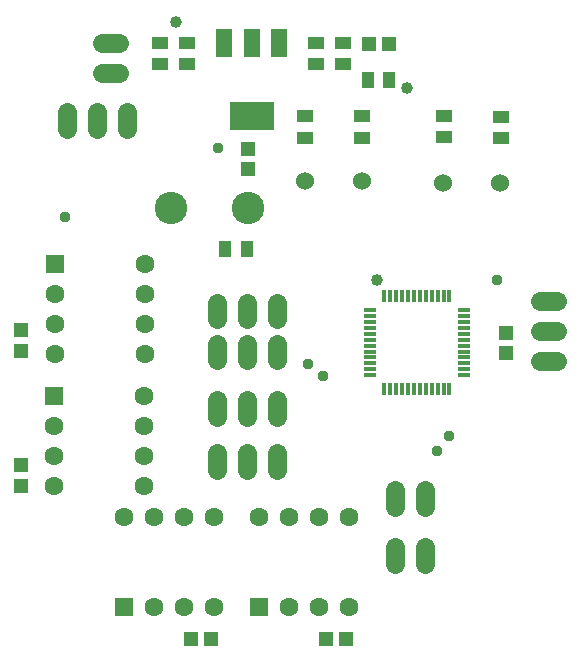
<source format=gbr>
G04 EAGLE Gerber X2 export*
%TF.Part,Single*%
%TF.FileFunction,Soldermask,Top,1*%
%TF.FilePolarity,Negative*%
%TF.GenerationSoftware,Autodesk,EAGLE,9.0.0*%
%TF.CreationDate,2019-06-24T11:27:18Z*%
G75*
%MOMM*%
%FSLAX34Y34*%
%LPD*%
%AMOC8*
5,1,8,0,0,1.08239X$1,22.5*%
G01*
%ADD10R,1.403200X1.003200*%
%ADD11R,1.003200X1.403200*%
%ADD12R,1.422200X2.438200*%
%ADD13R,3.803200X2.403200*%
%ADD14C,1.625600*%
%ADD15R,1.303200X1.203200*%
%ADD16R,0.400000X1.000000*%
%ADD17R,1.000000X0.400000*%
%ADD18R,1.203200X1.303200*%
%ADD19C,1.524000*%
%ADD20C,2.743200*%
%ADD21R,1.600200X1.600200*%
%ADD22C,1.600200*%
%ADD23C,1.009600*%
%ADD24C,0.959600*%


D10*
X443740Y662960D03*
X443740Y644960D03*
D11*
X637560Y631480D03*
X619560Y631480D03*
D10*
X466540Y663060D03*
X466540Y645060D03*
X575020Y662960D03*
X575020Y644960D03*
X597880Y662960D03*
X597880Y644960D03*
D12*
X543970Y662970D03*
X520860Y662970D03*
X497750Y662970D03*
D13*
X520860Y600990D03*
D14*
X765048Y444500D02*
X779272Y444500D01*
X779272Y419100D02*
X765048Y419100D01*
X765048Y393700D02*
X779272Y393700D01*
D15*
X637060Y661960D03*
X620060Y661960D03*
D16*
X688380Y448600D03*
X683380Y448600D03*
X678380Y448600D03*
X673380Y448600D03*
X668380Y448600D03*
X663380Y448600D03*
X658380Y448600D03*
X653380Y448600D03*
X648380Y448600D03*
X643380Y448600D03*
X638380Y448600D03*
X633380Y448600D03*
D17*
X621380Y436600D03*
X621380Y431600D03*
X621380Y426600D03*
X621380Y421600D03*
X621380Y416600D03*
X621380Y411600D03*
X621380Y406600D03*
X621380Y401600D03*
X621380Y396600D03*
X621380Y391600D03*
X621380Y386600D03*
X621380Y381600D03*
D16*
X633380Y369600D03*
X638380Y369600D03*
X643380Y369600D03*
X648380Y369600D03*
X653380Y369600D03*
X658380Y369600D03*
X663380Y369600D03*
X668380Y369600D03*
X673380Y369600D03*
X678380Y369600D03*
X683380Y369600D03*
X688380Y369600D03*
D17*
X700380Y381600D03*
X700380Y386600D03*
X700380Y391600D03*
X700380Y396600D03*
X700380Y401600D03*
X700380Y406600D03*
X700380Y411600D03*
X700380Y416600D03*
X700380Y421600D03*
X700380Y426600D03*
X700380Y431600D03*
X700380Y436600D03*
D18*
X736600Y400440D03*
X736600Y417440D03*
D10*
X614680Y600820D03*
X614680Y582820D03*
X566420Y600820D03*
X566420Y582820D03*
D19*
X566420Y546100D03*
X614680Y546100D03*
D10*
X683450Y583020D03*
X683450Y601020D03*
X731710Y582270D03*
X731710Y600270D03*
D19*
X731250Y544380D03*
X682990Y544380D03*
D18*
X517800Y572880D03*
X517800Y555880D03*
D11*
X516800Y488480D03*
X498800Y488480D03*
D20*
X453060Y522760D03*
X518060Y522760D03*
D21*
X354120Y476060D03*
D22*
X354120Y450660D03*
X354120Y425260D03*
X354120Y399860D03*
X430320Y399860D03*
X430320Y425260D03*
X430320Y450660D03*
X430320Y476060D03*
D18*
X325600Y402480D03*
X325600Y419480D03*
D21*
X353340Y364300D03*
D22*
X353340Y338900D03*
X353340Y313500D03*
X353340Y288100D03*
X429540Y288100D03*
X429540Y313500D03*
X429540Y338900D03*
X429540Y364300D03*
D18*
X325680Y288180D03*
X325680Y305180D03*
D21*
X412940Y185620D03*
D22*
X438340Y185620D03*
X463740Y185620D03*
X489140Y185620D03*
X489140Y261820D03*
X463740Y261820D03*
X438340Y261820D03*
X412940Y261820D03*
D15*
X486520Y158120D03*
X469520Y158120D03*
D21*
X527240Y185540D03*
D22*
X552640Y185540D03*
X578040Y185540D03*
X603440Y185540D03*
X603440Y261740D03*
X578040Y261740D03*
X552640Y261740D03*
X527240Y261740D03*
D15*
X600820Y158200D03*
X583820Y158200D03*
D14*
X542640Y428908D02*
X542640Y443132D01*
X517240Y443132D02*
X517240Y428908D01*
X491840Y428908D02*
X491840Y443132D01*
X542640Y408332D02*
X542640Y394108D01*
X517240Y394108D02*
X517240Y408332D01*
X491840Y408332D02*
X491840Y394108D01*
X542640Y360832D02*
X542640Y346608D01*
X517240Y346608D02*
X517240Y360832D01*
X491840Y360832D02*
X491840Y346608D01*
X542640Y315872D02*
X542640Y301648D01*
X517240Y301648D02*
X517240Y315872D01*
X491840Y315872D02*
X491840Y301648D01*
X415640Y589928D02*
X415640Y604152D01*
X390240Y604152D02*
X390240Y589928D01*
X364840Y589928D02*
X364840Y604152D01*
X394208Y637540D02*
X408432Y637540D01*
X408432Y662940D02*
X394208Y662940D01*
X642620Y283972D02*
X642620Y269748D01*
X668020Y269748D02*
X668020Y283972D01*
X668020Y235712D02*
X668020Y221488D01*
X642620Y221488D02*
X642620Y235712D01*
D23*
X457200Y680720D03*
D24*
X492760Y574040D03*
X581660Y381000D03*
X688340Y330200D03*
X728980Y462280D03*
X678180Y317500D03*
X568960Y391160D03*
D23*
X652780Y624840D03*
X627380Y462280D03*
D24*
X363220Y515620D03*
M02*

</source>
